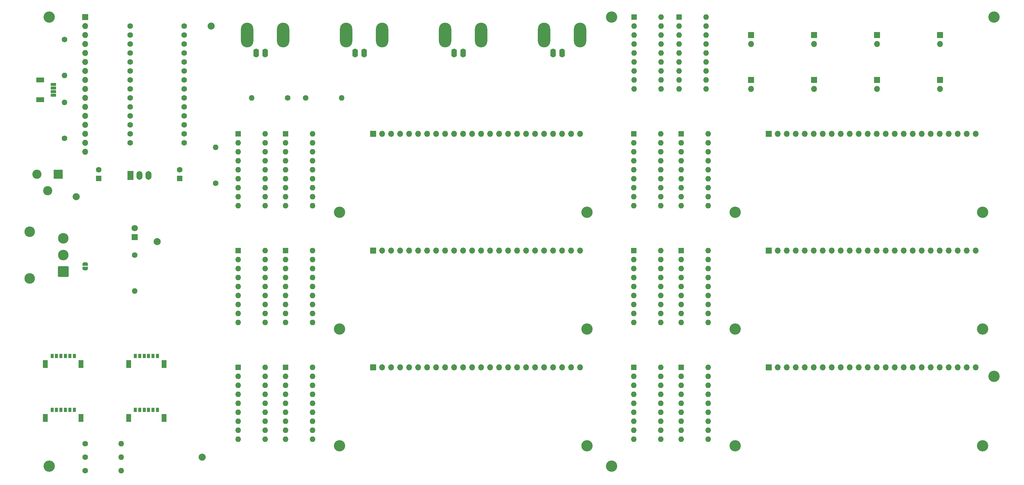
<source format=gbr>
%TF.GenerationSoftware,KiCad,Pcbnew,9.0.3*%
%TF.CreationDate,2025-09-08T11:07:08-04:00*%
%TF.ProjectId,HMS Olfactometer,484d5320-4f6c-4666-9163-746f6d657465,4.1*%
%TF.SameCoordinates,Original*%
%TF.FileFunction,Soldermask,Top*%
%TF.FilePolarity,Negative*%
%FSLAX46Y46*%
G04 Gerber Fmt 4.6, Leading zero omitted, Abs format (unit mm)*
G04 Created by KiCad (PCBNEW 9.0.3) date 2025-09-08 11:07:08*
%MOMM*%
%LPD*%
G01*
G04 APERTURE LIST*
G04 Aperture macros list*
%AMRoundRect*
0 Rectangle with rounded corners*
0 $1 Rounding radius*
0 $2 $3 $4 $5 $6 $7 $8 $9 X,Y pos of 4 corners*
0 Add a 4 corners polygon primitive as box body*
4,1,4,$2,$3,$4,$5,$6,$7,$8,$9,$2,$3,0*
0 Add four circle primitives for the rounded corners*
1,1,$1+$1,$2,$3*
1,1,$1+$1,$4,$5*
1,1,$1+$1,$6,$7*
1,1,$1+$1,$8,$9*
0 Add four rect primitives between the rounded corners*
20,1,$1+$1,$2,$3,$4,$5,0*
20,1,$1+$1,$4,$5,$6,$7,0*
20,1,$1+$1,$6,$7,$8,$9,0*
20,1,$1+$1,$8,$9,$2,$3,0*%
%AMFreePoly0*
4,1,23,0.500000,-0.750000,0.000000,-0.750000,0.000000,-0.745722,-0.065263,-0.745722,-0.191342,-0.711940,-0.304381,-0.646677,-0.396677,-0.554381,-0.461940,-0.441342,-0.495722,-0.315263,-0.495722,-0.250000,-0.500000,-0.250000,-0.500000,0.250000,-0.495722,0.250000,-0.495722,0.315263,-0.461940,0.441342,-0.396677,0.554381,-0.304381,0.646677,-0.191342,0.711940,-0.065263,0.745722,0.000000,0.745722,
0.000000,0.750000,0.500000,0.750000,0.500000,-0.750000,0.500000,-0.750000,$1*%
%AMFreePoly1*
4,1,23,0.000000,0.745722,0.065263,0.745722,0.191342,0.711940,0.304381,0.646677,0.396677,0.554381,0.461940,0.441342,0.495722,0.315263,0.495722,0.250000,0.500000,0.250000,0.500000,-0.250000,0.495722,-0.250000,0.495722,-0.315263,0.461940,-0.441342,0.396677,-0.554381,0.304381,-0.646677,0.191342,-0.711940,0.065263,-0.745722,0.000000,-0.745722,0.000000,-0.750000,-0.500000,-0.750000,
-0.500000,0.750000,0.000000,0.750000,0.000000,0.745722,0.000000,0.745722,$1*%
G04 Aperture macros list end*
%ADD10R,1.600000X1.600000*%
%ADD11O,1.600000X1.600000*%
%ADD12R,1.700000X1.700000*%
%ADD13O,1.700000X1.700000*%
%ADD14C,3.200000*%
%ADD15C,1.600000*%
%ADD16R,0.838200X1.295400*%
%ADD17R,1.397000X2.260600*%
%ADD18C,2.000000*%
%ADD19R,2.600000X2.600000*%
%ADD20C,2.600000*%
%ADD21O,1.600000X2.500000*%
%ADD22O,3.500000X7.000000*%
%ADD23FreePoly0,90.000000*%
%ADD24FreePoly1,90.000000*%
%ADD25R,1.800000X1.800000*%
%ADD26C,1.800000*%
%ADD27R,1.700000X2.500000*%
%ADD28O,1.700000X2.500000*%
%ADD29RoundRect,0.102000X1.387500X-1.387500X1.387500X1.387500X-1.387500X1.387500X-1.387500X-1.387500X0*%
%ADD30C,2.979000*%
%ADD31RoundRect,0.101600X-0.674370X0.299720X-0.674370X-0.299720X0.674370X-0.299720X0.674370X0.299720X0*%
%ADD32RoundRect,0.101600X-0.999490X0.599440X-0.999490X-0.599440X0.999490X-0.599440X0.999490X0.599440X0*%
G04 APERTURE END LIST*
D10*
%TO.C,U8*%
X104775000Y-104140000D03*
D11*
X104775000Y-106680000D03*
X104775000Y-109220000D03*
X104775000Y-111760000D03*
X104775000Y-114300000D03*
X104775000Y-116840000D03*
X104775000Y-119380000D03*
X104775000Y-121920000D03*
X104775000Y-124460000D03*
X112395000Y-124460000D03*
X112395000Y-121920000D03*
X112395000Y-119380000D03*
X112395000Y-116840000D03*
X112395000Y-114300000D03*
X112395000Y-111760000D03*
X112395000Y-109220000D03*
X112395000Y-106680000D03*
X112395000Y-104140000D03*
%TD*%
D12*
%TO.C,J8*%
X254000000Y-43180000D03*
D13*
X254000000Y-45720000D03*
%TD*%
D12*
%TO.C,J5*%
X241229000Y-104140000D03*
D13*
X243769000Y-104140000D03*
X246309000Y-104140000D03*
X248849000Y-104140000D03*
X251389000Y-104140000D03*
X253929000Y-104140000D03*
X256469000Y-104140000D03*
X259009000Y-104140000D03*
X261549000Y-104140000D03*
X264089000Y-104140000D03*
X266629000Y-104140000D03*
X269169000Y-104140000D03*
X271709000Y-104140000D03*
X274249000Y-104140000D03*
X276789000Y-104140000D03*
X279329000Y-104140000D03*
X281869000Y-104140000D03*
X284409000Y-104140000D03*
X286949000Y-104140000D03*
X289489000Y-104140000D03*
X292029000Y-104140000D03*
X294569000Y-104140000D03*
X297109000Y-104140000D03*
X299649000Y-104140000D03*
%TD*%
D14*
%TO.C,H10*%
X189865000Y-126365000D03*
%TD*%
D15*
%TO.C,R4*%
X62230000Y-105410000D03*
D11*
X62230000Y-115570000D03*
%TD*%
D15*
%TO.C,R3*%
X48260000Y-166370000D03*
D11*
X58420000Y-166370000D03*
%TD*%
D10*
%TO.C,U14*%
X215900000Y-38100000D03*
D11*
X215900000Y-40640000D03*
X215900000Y-43180000D03*
X215900000Y-45720000D03*
X215900000Y-48260000D03*
X215900000Y-50800000D03*
X215900000Y-53340000D03*
X215900000Y-55880000D03*
X215900000Y-58420000D03*
X223520000Y-58420000D03*
X223520000Y-55880000D03*
X223520000Y-53340000D03*
X223520000Y-50800000D03*
X223520000Y-48260000D03*
X223520000Y-45720000D03*
X223520000Y-43180000D03*
X223520000Y-40640000D03*
X223520000Y-38100000D03*
%TD*%
D16*
%TO.C,J19*%
X68634999Y-149165399D03*
X67384999Y-149165399D03*
X66134999Y-149165399D03*
X64884999Y-149165399D03*
X63634999Y-149165399D03*
X62384999Y-149165399D03*
D17*
X70535000Y-151460398D03*
X60484998Y-151460398D03*
%TD*%
D14*
%TO.C,H4*%
X120015000Y-126365000D03*
%TD*%
D12*
%TO.C,J12*%
X254000000Y-55880000D03*
D13*
X254000000Y-58420000D03*
%TD*%
D14*
%TO.C,H12*%
X189865000Y-93345000D03*
%TD*%
D10*
%TO.C,U10*%
X216464000Y-104140000D03*
D11*
X216464000Y-106680000D03*
X216464000Y-109220000D03*
X216464000Y-111760000D03*
X216464000Y-114300000D03*
X216464000Y-116840000D03*
X216464000Y-119380000D03*
X216464000Y-121920000D03*
X216464000Y-124460000D03*
X224084000Y-124460000D03*
X224084000Y-121920000D03*
X224084000Y-119380000D03*
X224084000Y-116840000D03*
X224084000Y-114300000D03*
X224084000Y-111760000D03*
X224084000Y-109220000D03*
X224084000Y-106680000D03*
X224084000Y-104140000D03*
%TD*%
D10*
%TO.C,U7*%
X203129000Y-71120000D03*
D11*
X203129000Y-73660000D03*
X203129000Y-76200000D03*
X203129000Y-78740000D03*
X203129000Y-81280000D03*
X203129000Y-83820000D03*
X203129000Y-86360000D03*
X203129000Y-88900000D03*
X203129000Y-91440000D03*
X210749000Y-91440000D03*
X210749000Y-88900000D03*
X210749000Y-86360000D03*
X210749000Y-83820000D03*
X210749000Y-81280000D03*
X210749000Y-78740000D03*
X210749000Y-76200000D03*
X210749000Y-73660000D03*
X210749000Y-71120000D03*
%TD*%
D16*
%TO.C,J18*%
X68634999Y-133925399D03*
X67384999Y-133925399D03*
X66134999Y-133925399D03*
X64884999Y-133925399D03*
X63634999Y-133925399D03*
X62384999Y-133925399D03*
D17*
X70535000Y-136220398D03*
X60484998Y-136220398D03*
%TD*%
D14*
%TO.C,H18*%
X196850000Y-38100000D03*
%TD*%
D15*
%TO.C,U1*%
X60960000Y-40640000D03*
X60960000Y-43180000D03*
X60960000Y-45720000D03*
X60960000Y-48260000D03*
X60960000Y-50800000D03*
X60960000Y-53340000D03*
X60960000Y-55880000D03*
X60960000Y-58420000D03*
X60960000Y-60960000D03*
X60960000Y-63500000D03*
X60960000Y-66040000D03*
X60960000Y-68580000D03*
X60960000Y-71120000D03*
X60960000Y-73660000D03*
X76200000Y-73660000D03*
X76200000Y-71120000D03*
X76200000Y-68580000D03*
X76200000Y-66040000D03*
X76200000Y-63500000D03*
X76200000Y-60960000D03*
X76200000Y-58420000D03*
X76200000Y-55880000D03*
X76200000Y-53340000D03*
X76200000Y-50800000D03*
X76200000Y-48260000D03*
X76200000Y-45720000D03*
X76200000Y-43180000D03*
X76200000Y-40640000D03*
%TD*%
D18*
%TO.C,TP4*%
X83820000Y-40640000D03*
%TD*%
D14*
%TO.C,H16*%
X304800000Y-139700000D03*
%TD*%
D19*
%TO.C,J15*%
X40640000Y-82550000D03*
D20*
X34640000Y-82550000D03*
X37640000Y-87250000D03*
%TD*%
D10*
%TO.C,C1*%
X52070000Y-83780000D03*
D15*
X52070000Y-81280000D03*
%TD*%
D21*
%TO.C,J22*%
X154940000Y-48260000D03*
D22*
X149860000Y-43180000D03*
D21*
X152400000Y-48260000D03*
D22*
X160020000Y-43180000D03*
%TD*%
D15*
%TO.C,R2*%
X48260000Y-162560000D03*
D11*
X58420000Y-162560000D03*
%TD*%
D23*
%TO.C,JP1*%
X48260000Y-109220000D03*
D24*
X48260000Y-107920000D03*
%TD*%
D10*
%TO.C,U9*%
X91440000Y-104140000D03*
D11*
X91440000Y-106680000D03*
X91440000Y-109220000D03*
X91440000Y-111760000D03*
X91440000Y-114300000D03*
X91440000Y-116840000D03*
X91440000Y-119380000D03*
X91440000Y-121920000D03*
X91440000Y-124460000D03*
X99060000Y-124460000D03*
X99060000Y-121920000D03*
X99060000Y-119380000D03*
X99060000Y-116840000D03*
X99060000Y-114300000D03*
X99060000Y-111760000D03*
X99060000Y-109220000D03*
X99060000Y-106680000D03*
X99060000Y-104140000D03*
%TD*%
D15*
%TO.C,R16*%
X110490000Y-60960000D03*
D11*
X120650000Y-60960000D03*
%TD*%
D12*
%TO.C,J13*%
X271780000Y-55880000D03*
D13*
X271780000Y-58420000D03*
%TD*%
D12*
%TO.C,J9*%
X271780000Y-43180000D03*
D13*
X271780000Y-45720000D03*
%TD*%
D25*
%TO.C,D1*%
X62230000Y-100330000D03*
D26*
X62230000Y-97790000D03*
%TD*%
D18*
%TO.C,TP2*%
X68580000Y-101600000D03*
%TD*%
D21*
%TO.C,J20*%
X99060000Y-48260000D03*
D22*
X93980000Y-43180000D03*
D21*
X96520000Y-48260000D03*
D22*
X104140000Y-43180000D03*
%TD*%
D14*
%TO.C,H5*%
X231704000Y-126365000D03*
%TD*%
D15*
%TO.C,R7*%
X85090000Y-85090000D03*
D11*
X85090000Y-74930000D03*
%TD*%
D10*
%TO.C,U4*%
X216464000Y-137160000D03*
D11*
X216464000Y-139700000D03*
X216464000Y-142240000D03*
X216464000Y-144780000D03*
X216464000Y-147320000D03*
X216464000Y-149860000D03*
X216464000Y-152400000D03*
X216464000Y-154940000D03*
X216464000Y-157480000D03*
X224084000Y-157480000D03*
X224084000Y-154940000D03*
X224084000Y-152400000D03*
X224084000Y-149860000D03*
X224084000Y-147320000D03*
X224084000Y-144780000D03*
X224084000Y-142240000D03*
X224084000Y-139700000D03*
X224084000Y-137160000D03*
%TD*%
D12*
%TO.C,J4*%
X129540000Y-104140000D03*
D13*
X132080000Y-104140000D03*
X134620000Y-104140000D03*
X137160000Y-104140000D03*
X139700000Y-104140000D03*
X142240000Y-104140000D03*
X144780000Y-104140000D03*
X147320000Y-104140000D03*
X149860000Y-104140000D03*
X152400000Y-104140000D03*
X154940000Y-104140000D03*
X157480000Y-104140000D03*
X160020000Y-104140000D03*
X162560000Y-104140000D03*
X165100000Y-104140000D03*
X167640000Y-104140000D03*
X170180000Y-104140000D03*
X172720000Y-104140000D03*
X175260000Y-104140000D03*
X177800000Y-104140000D03*
X180340000Y-104140000D03*
X182880000Y-104140000D03*
X185420000Y-104140000D03*
X187960000Y-104140000D03*
%TD*%
D27*
%TO.C,U16*%
X61002500Y-82882500D03*
D28*
X63542500Y-82882500D03*
X66082500Y-82882500D03*
%TD*%
D12*
%TO.C,J2*%
X241229000Y-137160000D03*
D13*
X243769000Y-137160000D03*
X246309000Y-137160000D03*
X248849000Y-137160000D03*
X251389000Y-137160000D03*
X253929000Y-137160000D03*
X256469000Y-137160000D03*
X259009000Y-137160000D03*
X261549000Y-137160000D03*
X264089000Y-137160000D03*
X266629000Y-137160000D03*
X269169000Y-137160000D03*
X271709000Y-137160000D03*
X274249000Y-137160000D03*
X276789000Y-137160000D03*
X279329000Y-137160000D03*
X281869000Y-137160000D03*
X284409000Y-137160000D03*
X286949000Y-137160000D03*
X289489000Y-137160000D03*
X292029000Y-137160000D03*
X294569000Y-137160000D03*
X297109000Y-137160000D03*
X299649000Y-137160000D03*
%TD*%
D29*
%TO.C,SW1*%
X42103000Y-110110000D03*
D30*
X42103000Y-105410000D03*
X42103000Y-100710000D03*
X32573000Y-112015000D03*
X32573000Y-98805000D03*
%TD*%
D12*
%TO.C,J11*%
X236220000Y-55880000D03*
D13*
X236220000Y-58420000D03*
%TD*%
D10*
%TO.C,U13*%
X91440000Y-71120000D03*
D11*
X91440000Y-73660000D03*
X91440000Y-76200000D03*
X91440000Y-78740000D03*
X91440000Y-81280000D03*
X91440000Y-83820000D03*
X91440000Y-86360000D03*
X91440000Y-88900000D03*
X91440000Y-91440000D03*
X99060000Y-91440000D03*
X99060000Y-88900000D03*
X99060000Y-86360000D03*
X99060000Y-83820000D03*
X99060000Y-81280000D03*
X99060000Y-78740000D03*
X99060000Y-76200000D03*
X99060000Y-73660000D03*
X99060000Y-71120000D03*
%TD*%
D14*
%TO.C,H9*%
X301554000Y-93345000D03*
%TD*%
%TO.C,H7*%
X189865000Y-159385000D03*
%TD*%
D10*
%TO.C,U2*%
X104775000Y-137160000D03*
D11*
X104775000Y-139700000D03*
X104775000Y-142240000D03*
X104775000Y-144780000D03*
X104775000Y-147320000D03*
X104775000Y-149860000D03*
X104775000Y-152400000D03*
X104775000Y-154940000D03*
X104775000Y-157480000D03*
X112395000Y-157480000D03*
X112395000Y-154940000D03*
X112395000Y-152400000D03*
X112395000Y-149860000D03*
X112395000Y-147320000D03*
X112395000Y-144780000D03*
X112395000Y-142240000D03*
X112395000Y-139700000D03*
X112395000Y-137160000D03*
%TD*%
D31*
%TO.C,J25*%
X39232840Y-57180480D03*
X39232840Y-58181240D03*
X39232840Y-59176920D03*
X39232840Y-60177680D03*
D32*
X35560000Y-61478160D03*
X35560000Y-55880000D03*
%TD*%
D10*
%TO.C,U15*%
X203200000Y-38100000D03*
D11*
X203200000Y-40640000D03*
X203200000Y-43180000D03*
X203200000Y-45720000D03*
X203200000Y-48260000D03*
X203200000Y-50800000D03*
X203200000Y-53340000D03*
X203200000Y-55880000D03*
X203200000Y-58420000D03*
X210820000Y-58420000D03*
X210820000Y-55880000D03*
X210820000Y-53340000D03*
X210820000Y-50800000D03*
X210820000Y-48260000D03*
X210820000Y-45720000D03*
X210820000Y-43180000D03*
X210820000Y-40640000D03*
X210820000Y-38100000D03*
%TD*%
D18*
%TO.C,TP3*%
X81280000Y-162560000D03*
%TD*%
D14*
%TO.C,H8*%
X301554000Y-159385000D03*
%TD*%
D15*
%TO.C,R1*%
X48260000Y-158750000D03*
D11*
X58420000Y-158750000D03*
%TD*%
D10*
%TO.C,U11*%
X203129000Y-104140000D03*
D11*
X203129000Y-106680000D03*
X203129000Y-109220000D03*
X203129000Y-111760000D03*
X203129000Y-114300000D03*
X203129000Y-116840000D03*
X203129000Y-119380000D03*
X203129000Y-121920000D03*
X203129000Y-124460000D03*
X210749000Y-124460000D03*
X210749000Y-121920000D03*
X210749000Y-119380000D03*
X210749000Y-116840000D03*
X210749000Y-114300000D03*
X210749000Y-111760000D03*
X210749000Y-109220000D03*
X210749000Y-106680000D03*
X210749000Y-104140000D03*
%TD*%
D12*
%TO.C,J10*%
X289560000Y-43180000D03*
D13*
X289560000Y-45720000D03*
%TD*%
D10*
%TO.C,U5*%
X203129000Y-137160000D03*
D11*
X203129000Y-139700000D03*
X203129000Y-142240000D03*
X203129000Y-144780000D03*
X203129000Y-147320000D03*
X203129000Y-149860000D03*
X203129000Y-152400000D03*
X203129000Y-154940000D03*
X203129000Y-157480000D03*
X210749000Y-157480000D03*
X210749000Y-154940000D03*
X210749000Y-152400000D03*
X210749000Y-149860000D03*
X210749000Y-147320000D03*
X210749000Y-144780000D03*
X210749000Y-142240000D03*
X210749000Y-139700000D03*
X210749000Y-137160000D03*
%TD*%
D15*
%TO.C,R5*%
X42418000Y-44450000D03*
D11*
X42418000Y-54610000D03*
%TD*%
D10*
%TO.C,U3*%
X91440000Y-137160000D03*
D11*
X91440000Y-139700000D03*
X91440000Y-142240000D03*
X91440000Y-144780000D03*
X91440000Y-147320000D03*
X91440000Y-149860000D03*
X91440000Y-152400000D03*
X91440000Y-154940000D03*
X91440000Y-157480000D03*
X99060000Y-157480000D03*
X99060000Y-154940000D03*
X99060000Y-152400000D03*
X99060000Y-149860000D03*
X99060000Y-147320000D03*
X99060000Y-144780000D03*
X99060000Y-142240000D03*
X99060000Y-139700000D03*
X99060000Y-137160000D03*
%TD*%
D10*
%TO.C,U12*%
X104775000Y-71120000D03*
D11*
X104775000Y-73660000D03*
X104775000Y-76200000D03*
X104775000Y-78740000D03*
X104775000Y-81280000D03*
X104775000Y-83820000D03*
X104775000Y-86360000D03*
X104775000Y-88900000D03*
X104775000Y-91440000D03*
X112395000Y-91440000D03*
X112395000Y-88900000D03*
X112395000Y-86360000D03*
X112395000Y-83820000D03*
X112395000Y-81280000D03*
X112395000Y-78740000D03*
X112395000Y-76200000D03*
X112395000Y-73660000D03*
X112395000Y-71120000D03*
%TD*%
D12*
%TO.C,J6*%
X129540000Y-71120000D03*
D13*
X132080000Y-71120000D03*
X134620000Y-71120000D03*
X137160000Y-71120000D03*
X139700000Y-71120000D03*
X142240000Y-71120000D03*
X144780000Y-71120000D03*
X147320000Y-71120000D03*
X149860000Y-71120000D03*
X152400000Y-71120000D03*
X154940000Y-71120000D03*
X157480000Y-71120000D03*
X160020000Y-71120000D03*
X162560000Y-71120000D03*
X165100000Y-71120000D03*
X167640000Y-71120000D03*
X170180000Y-71120000D03*
X172720000Y-71120000D03*
X175260000Y-71120000D03*
X177800000Y-71120000D03*
X180340000Y-71120000D03*
X182880000Y-71120000D03*
X185420000Y-71120000D03*
X187960000Y-71120000D03*
%TD*%
D12*
%TO.C,J14*%
X289560000Y-55880000D03*
D13*
X289560000Y-58420000D03*
%TD*%
D21*
%TO.C,J21*%
X127000000Y-48260000D03*
D22*
X121920000Y-43180000D03*
D21*
X124460000Y-48260000D03*
D22*
X132080000Y-43180000D03*
%TD*%
D14*
%TO.C,H3*%
X231704000Y-93345000D03*
%TD*%
%TO.C,H14*%
X38100000Y-165100000D03*
%TD*%
%TO.C,H13*%
X38100000Y-38100000D03*
%TD*%
D10*
%TO.C,U6*%
X216464000Y-71120000D03*
D11*
X216464000Y-73660000D03*
X216464000Y-76200000D03*
X216464000Y-78740000D03*
X216464000Y-81280000D03*
X216464000Y-83820000D03*
X216464000Y-86360000D03*
X216464000Y-88900000D03*
X216464000Y-91440000D03*
X224084000Y-91440000D03*
X224084000Y-88900000D03*
X224084000Y-86360000D03*
X224084000Y-83820000D03*
X224084000Y-81280000D03*
X224084000Y-78740000D03*
X224084000Y-76200000D03*
X224084000Y-73660000D03*
X224084000Y-71120000D03*
%TD*%
D16*
%TO.C,J16*%
X45157001Y-133925399D03*
X43907001Y-133925399D03*
X42657001Y-133925399D03*
X41407001Y-133925399D03*
X40157001Y-133925399D03*
X38907001Y-133925399D03*
D17*
X47057002Y-136220398D03*
X37007000Y-136220398D03*
%TD*%
D15*
%TO.C,R6*%
X42418000Y-72390000D03*
D11*
X42418000Y-62230000D03*
%TD*%
D12*
%TO.C,J7*%
X236220000Y-43180000D03*
D13*
X236220000Y-45720000D03*
%TD*%
D14*
%TO.C,H2*%
X231704000Y-159385000D03*
%TD*%
D18*
%TO.C,TP1*%
X45720000Y-88900000D03*
%TD*%
D14*
%TO.C,H6*%
X120015000Y-93345000D03*
%TD*%
D12*
%TO.C,J24*%
X48260000Y-38100000D03*
D13*
X48260000Y-40640000D03*
X48260000Y-43180000D03*
X48260000Y-45720000D03*
X48260000Y-48260000D03*
X48260000Y-50800000D03*
X48260000Y-53340000D03*
X48260000Y-55880000D03*
X48260000Y-58420000D03*
X48260000Y-60960000D03*
X48260000Y-63500000D03*
X48260000Y-66040000D03*
X48260000Y-68580000D03*
X48260000Y-71120000D03*
X48260000Y-73660000D03*
X48260000Y-76200000D03*
%TD*%
D12*
%TO.C,J3*%
X241229000Y-71120000D03*
D13*
X243769000Y-71120000D03*
X246309000Y-71120000D03*
X248849000Y-71120000D03*
X251389000Y-71120000D03*
X253929000Y-71120000D03*
X256469000Y-71120000D03*
X259009000Y-71120000D03*
X261549000Y-71120000D03*
X264089000Y-71120000D03*
X266629000Y-71120000D03*
X269169000Y-71120000D03*
X271709000Y-71120000D03*
X274249000Y-71120000D03*
X276789000Y-71120000D03*
X279329000Y-71120000D03*
X281869000Y-71120000D03*
X284409000Y-71120000D03*
X286949000Y-71120000D03*
X289489000Y-71120000D03*
X292029000Y-71120000D03*
X294569000Y-71120000D03*
X297109000Y-71120000D03*
X299649000Y-71120000D03*
%TD*%
D14*
%TO.C,H11*%
X301554000Y-126365000D03*
%TD*%
D21*
%TO.C,J23*%
X182880000Y-48260000D03*
D22*
X177800000Y-43180000D03*
D21*
X180340000Y-48260000D03*
D22*
X187960000Y-43180000D03*
%TD*%
D15*
%TO.C,R8*%
X105410000Y-60960000D03*
D11*
X95250000Y-60960000D03*
%TD*%
D14*
%TO.C,H15*%
X304800000Y-38100000D03*
%TD*%
D10*
%TO.C,C2*%
X74930000Y-83780000D03*
D15*
X74930000Y-81280000D03*
%TD*%
D14*
%TO.C,H1*%
X120015000Y-159385000D03*
%TD*%
D12*
%TO.C,J1*%
X129540000Y-137160000D03*
D13*
X132080000Y-137160000D03*
X134620000Y-137160000D03*
X137160000Y-137160000D03*
X139700000Y-137160000D03*
X142240000Y-137160000D03*
X144780000Y-137160000D03*
X147320000Y-137160000D03*
X149860000Y-137160000D03*
X152400000Y-137160000D03*
X154940000Y-137160000D03*
X157480000Y-137160000D03*
X160020000Y-137160000D03*
X162560000Y-137160000D03*
X165100000Y-137160000D03*
X167640000Y-137160000D03*
X170180000Y-137160000D03*
X172720000Y-137160000D03*
X175260000Y-137160000D03*
X177800000Y-137160000D03*
X180340000Y-137160000D03*
X182880000Y-137160000D03*
X185420000Y-137160000D03*
X187960000Y-137160000D03*
%TD*%
D16*
%TO.C,J17*%
X45157001Y-149165399D03*
X43907001Y-149165399D03*
X42657001Y-149165399D03*
X41407001Y-149165399D03*
X40157001Y-149165399D03*
X38907001Y-149165399D03*
D17*
X47057002Y-151460398D03*
X37007000Y-151460398D03*
%TD*%
D14*
%TO.C,H17*%
X196850000Y-165100000D03*
%TD*%
M02*

</source>
